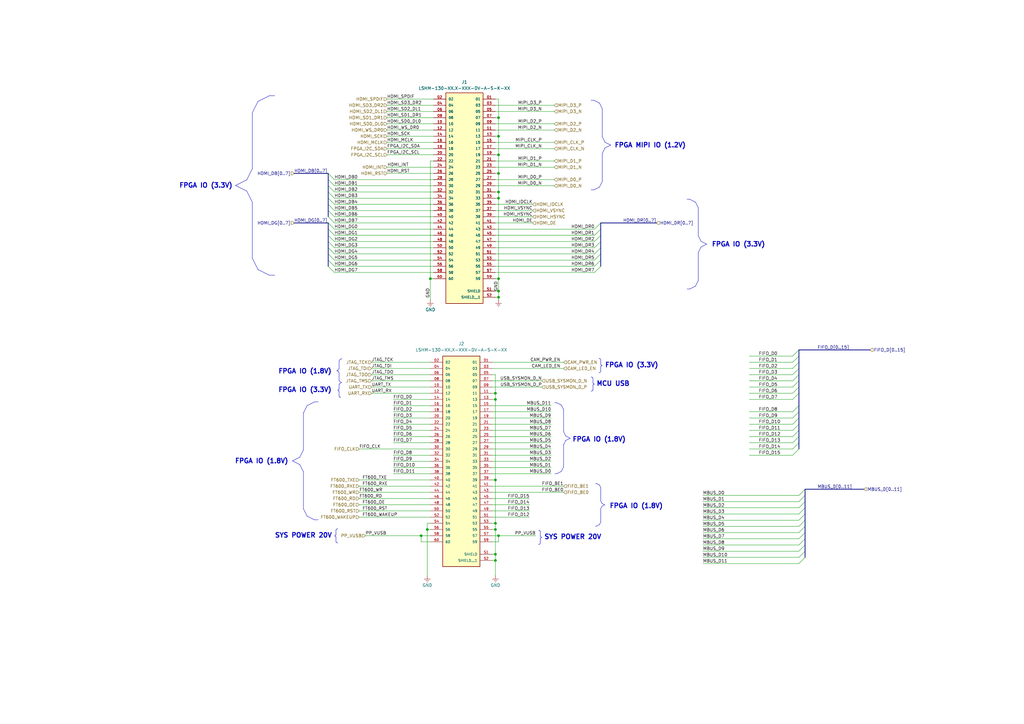
<source format=kicad_sch>
(kicad_sch (version 20231120) (generator "eeschema") (generator_version "8.0")
  (paper "A3")
  (title_block (title "Board to Boards") (date "2024-10-06") (rev "2.0") (company "Drexel University") (comment 1 "Designed by John Hofmeyr"))
  (lib_symbols
    (symbol "IO_Module:LSHM-130-XX.X-XXX-DV-A-S-K-XX" (pin_names (offset 1.016))
      (property "Reference" "J" (at -7.62 43.942 0))
      (property "Value" "LSHM-130-XX.X-XXX-DV-A-S-K-XX" (at -7.62 -45.72 0))
      (symbol "LSHM-130-XX.X-XXX-DV-A-S-K-XX_0_0"
        (rectangle (start -7.62 -43.18) (end 7.62 43.18) (stroke (width 0.254)) (fill (type background)))
        (pin passive line (at -12.7 40.64 0) (length 5.08) (name "01") (number "01"))
        (pin passive line (at 12.7 40.64 180) (length 5.08) (name "02") (number "02"))
        (pin passive line (at -12.7 38.1 0) (length 5.08) (name "03") (number "03"))
        (pin passive line (at 12.7 38.1 180) (length 5.08) (name "04") (number "04"))
        (pin passive line (at -12.7 35.56 0) (length 5.08) (name "05") (number "05"))
        (pin passive line (at 12.7 35.56 180) (length 5.08) (name "06") (number "06"))
        (pin passive line (at -12.7 33.02 0) (length 5.08) (name "07") (number "07"))
        (pin passive line (at 12.7 33.02 180) (length 5.08) (name "08") (number "08"))
        (pin passive line (at -12.7 30.48 0) (length 5.08) (name "09") (number "09"))
        (pin passive line (at 12.7 30.48 180) (length 5.08) (name "10") (number "10"))
        (pin passive line (at -12.7 27.94 0) (length 5.08) (name "11") (number "11"))
        (pin passive line (at 12.7 27.94 180) (length 5.08) (name "12") (number "12"))
        (pin passive line (at -12.7 25.4 0) (length 5.08) (name "13") (number "13"))
        (pin passive line (at 12.7 25.4 180) (length 5.08) (name "14") (number "14"))
        (pin passive line (at -12.7 22.86 0) (length 5.08) (name "15") (number "15"))
        (pin passive line (at 12.7 22.86 180) (length 5.08) (name "16") (number "16"))
        (pin passive line (at -12.7 20.32 0) (length 5.08) (name "17") (number "17"))
        (pin passive line (at 12.7 20.32 180) (length 5.08) (name "18") (number "18"))
        (pin passive line (at -12.7 17.78 0) (length 5.08) (name "19") (number "19"))
        (pin passive line (at 12.7 17.78 180) (length 5.08) (name "20") (number "20"))
        (pin passive line (at -12.7 15.24 0) (length 5.08) (name "21") (number "21"))
        (pin passive line (at 12.7 15.24 180) (length 5.08) (name "22") (number "22"))
        (pin passive line (at -12.7 12.7 0) (length 5.08) (name "23") (number "23"))
        (pin passive line (at 12.7 12.7 180) (length 5.08) (name "24") (number "24"))
        (pin passive line (at -12.7 10.16 0) (length 5.08) (name "25") (number "25"))
        (pin passive line (at 12.7 10.16 180) (length 5.08) (name "26") (number "26"))
        (pin passive line (at -12.7 7.62 0) (length 5.08) (name "27") (number "27"))
        (pin passive line (at 12.7 7.62 180) (length 5.08) (name "28") (number "28"))
        (pin passive line (at -12.7 5.08 0) (length 5.08) (name "29") (number "29"))
        (pin passive line (at 12.7 5.08 180) (length 5.08) (name "30") (number "30"))
        (pin passive line (at -12.7 2.54 0) (length 5.08) (name "31") (number "31"))
        (pin passive line (at 12.7 2.54 180) (length 5.08) (name "32") (number "32"))
        (pin passive line (at -12.7 0 0) (length 5.08) (name "33") (number "33"))
        (pin passive line (at 12.7 0 180) (length 5.08) (name "34") (number "34"))
        (pin passive line (at -12.7 -2.54 0) (length 5.08) (name "35") (number "35"))
        (pin passive line (at 12.7 -2.54 180) (length 5.08) (name "36") (number "36"))
        (pin passive line (at -12.7 -5.08 0) (length 5.08) (name "37") (number "37"))
        (pin passive line (at 12.7 -5.08 180) (length 5.08) (name "38") (number "38"))
        (pin passive line (at -12.7 -7.62 0) (length 5.08) (name "39") (number "39"))
        (pin passive line (at 12.7 -7.62 180) (length 5.08) (name "40") (number "40"))
        (pin passive line (at -12.7 -10.16 0) (length 5.08) (name "41") (number "41"))
        (pin passive line (at 12.7 -10.16 180) (length 5.08) (name "42") (number "42"))
        (pin passive line (at -12.7 -12.7 0) (length 5.08) (name "43") (number "43"))
        (pin passive line (at 12.7 -12.7 180) (length 5.08) (name "44") (number "44"))
        (pin passive line (at -12.7 -15.24 0) (length 5.08) (name "45") (number "45"))
        (pin passive line (at 12.7 -15.24 180) (length 5.08) (name "46") (number "46"))
        (pin passive line (at -12.7 -17.78 0) (length 5.08) (name "47") (number "47"))
        (pin passive line (at 12.7 -17.78 180) (length 5.08) (name "48") (number "48"))
        (pin passive line (at -12.7 -20.32 0) (length 5.08) (name "49") (number "49"))
        (pin passive line (at 12.7 -20.32 180) (length 5.08) (name "50") (number "50"))
        (pin passive line (at -12.7 -22.86 0) (length 5.08) (name "51") (number "51"))
        (pin passive line (at 12.7 -22.86 180) (length 5.08) (name "52") (number "52"))
        (pin passive line (at -12.7 -25.4 0) (length 5.08) (name "53") (number "53"))
        (pin passive line (at 12.7 -25.4 180) (length 5.08) (name "54") (number "54"))
        (pin passive line (at -12.7 -27.94 0) (length 5.08) (name "55") (number "55"))
        (pin passive line (at 12.7 -27.94 180) (length 5.08) (name "56") (number "56"))
        (pin passive line (at -12.7 -30.48 0) (length 5.08) (name "57") (number "57"))
        (pin passive line (at 12.7 -30.48 180) (length 5.08) (name "58") (number "58"))
        (pin passive line (at -12.7 -33.02 0) (length 5.08) (name "59") (number "59"))
        (pin passive line (at 12.7 -33.02 180) (length 5.08) (name "60") (number "60"))
        (pin passive line (at -12.7 -38.1 0) (length 5.08) (name "SHIELD") (number "S1"))
        (pin passive line (at -12.7 -40.64 0) (length 5.08) (name "SHIELD__1") (number "S2"))
      )
    )
    (symbol "power:GND" (power) (pin_numbers hide) (pin_names (offset 0) hide)
      (property "Value" "GND" (at 0 -3.81 0))
      (symbol "GND_0_1"
        (polyline (pts (xy -0.635 -1.905) (xy 0.635 -1.905)))
        (polyline (pts (xy -0.127 -2.54) (xy 0.127 -2.54)))
        (polyline (pts (xy 0 -1.27) (xy 0 0)))
        (polyline (pts (xy 1.27 -1.27) (xy -1.27 -1.27)))
      )
      (symbol "GND_1_1"
        (pin power_in line (at 0 0 270) (length 0) (name "~") (number "1"))
      )
    )
  )
  (junction (at 203.2 196.85))
  (junction (at 203.2 214.63))
  (junction (at 203.2 161.29))
  (junction (at 176.53 114.3))
  (junction (at 172.72 219.71))
  (junction (at 203.2 163.83))
  (junction (at 204.47 219.71))
  (junction (at 204.47 78.74))
  (junction (at 204.47 81.28))
  (junction (at 204.47 71.12))
  (junction (at 175.26 217.17))
  (junction (at 203.2 217.17))
  (junction (at 204.47 121.92))
  (junction (at 203.2 229.87))
  (junction (at 204.47 63.5))
  (junction (at 204.47 119.38))
  (junction (at 203.2 227.33))
  (junction (at 204.47 48.26))
  (junction (at 204.47 55.88))
  (junction (at 204.47 114.3))
  (bus_entry (at 246.38 109.22) (size -2.54 2.54))
  (bus_entry (at 134.62 76.2) (size 2.54 2.54))
  (bus_entry (at 327.66 210.82) (size 2.54 -2.54))
  (bus_entry (at 325.12 186.69) (size 2.54 -2.54))
  (bus_entry (at 246.38 96.52) (size -2.54 2.54))
  (bus_entry (at 134.62 104.14) (size 2.54 2.54))
  (bus_entry (at 325.12 171.45) (size 2.54 -2.54))
  (bus_entry (at 134.62 71.12) (size 2.54 2.54))
  (bus_entry (at 327.66 231.14) (size 2.54 -2.54))
  (bus_entry (at 325.12 156.21) (size 2.54 -2.54))
  (bus_entry (at 246.38 104.14) (size -2.54 2.54))
  (bus_entry (at 134.62 93.98) (size 2.54 2.54))
  (bus_entry (at 246.38 106.68) (size -2.54 2.54))
  (bus_entry (at 327.66 220.98) (size 2.54 -2.54))
  (bus_entry (at 327.66 203.2) (size 2.54 -2.54))
  (bus_entry (at 325.12 146.05) (size 2.54 -2.54))
  (bus_entry (at 134.62 88.9) (size 2.54 2.54))
  (bus_entry (at 325.12 153.67) (size 2.54 -2.54))
  (bus_entry (at 246.38 101.6) (size -2.54 2.54))
  (bus_entry (at 327.66 218.44) (size 2.54 -2.54))
  (bus_entry (at 325.12 173.99) (size 2.54 -2.54))
  (bus_entry (at 134.62 99.06) (size 2.54 2.54))
  (bus_entry (at 327.66 228.6) (size 2.54 -2.54))
  (bus_entry (at 325.12 184.15) (size 2.54 -2.54))
  (bus_entry (at 246.38 99.06) (size -2.54 2.54))
  (bus_entry (at 134.62 106.68) (size 2.54 2.54))
  (bus_entry (at 246.38 91.44) (size -2.54 2.54))
  (bus_entry (at 325.12 176.53) (size 2.54 -2.54))
  (bus_entry (at 134.62 101.6) (size 2.54 2.54))
  (bus_entry (at 325.12 163.83) (size 2.54 -2.54))
  (bus_entry (at 327.66 208.28) (size 2.54 -2.54))
  (bus_entry (at 325.12 181.61) (size 2.54 -2.54))
  (bus_entry (at 134.62 91.44) (size 2.54 2.54))
  (bus_entry (at 327.66 213.36) (size 2.54 -2.54))
  (bus_entry (at 325.12 168.91) (size 2.54 -2.54))
  (bus_entry (at 325.12 148.59) (size 2.54 -2.54))
  (bus_entry (at 325.12 151.13) (size 2.54 -2.54))
  (bus_entry (at 327.66 226.06) (size 2.54 -2.54))
  (bus_entry (at 134.62 86.36) (size 2.54 2.54))
  (bus_entry (at 325.12 161.29) (size 2.54 -2.54))
  (bus_entry (at 134.62 109.22) (size 2.54 2.54))
  (bus_entry (at 327.66 205.74) (size 2.54 -2.54))
  (bus_entry (at 134.62 83.82) (size 2.54 2.54))
  (bus_entry (at 327.66 215.9) (size 2.54 -2.54))
  (bus_entry (at 246.38 93.98) (size -2.54 2.54))
  (bus_entry (at 327.66 223.52) (size 2.54 -2.54))
  (bus_entry (at 134.62 96.52) (size 2.54 2.54))
  (bus_entry (at 325.12 179.07) (size 2.54 -2.54))
  (bus_entry (at 134.62 73.66) (size 2.54 2.54))
  (bus_entry (at 134.62 81.28) (size 2.54 2.54))
  (bus_entry (at 325.12 158.75) (size 2.54 -2.54))
  (bus_entry (at 134.62 78.74) (size 2.54 2.54))
  (wire (pts (xy 204.47 63.5) (xy 204.47 71.12)))
  (bus (pts (xy 327.66 153.67) (xy 327.66 151.13)))
  (wire (pts (xy 158.75 53.34) (xy 177.8 53.34)))
  (wire (pts (xy 307.34 179.07) (xy 325.12 179.07)))
  (wire (pts (xy 137.16 86.36) (xy 177.8 86.36)))
  (wire (pts (xy 152.4 156.21) (xy 176.53 156.21)))
  (wire (pts (xy 204.47 114.3) (xy 204.47 119.38)))
  (wire (pts (xy 288.29 218.44) (xy 327.66 218.44)))
  (wire (pts (xy 226.06 186.69) (xy 201.93 186.69)))
  (wire (pts (xy 203.2 60.96) (xy 227.33 60.96)))
  (wire (pts (xy 158.75 40.64) (xy 177.8 40.64)))
  (wire (pts (xy 288.29 213.36) (xy 327.66 213.36)))
  (wire (pts (xy 201.93 168.91) (xy 226.06 168.91)))
  (bus (pts (xy 327.66 166.37) (xy 327.66 161.29)))
  (wire (pts (xy 147.32 184.15) (xy 176.53 184.15)))
  (wire (pts (xy 307.34 153.67) (xy 325.12 153.67)))
  (bus (pts (xy 120.65 71.12) (xy 134.62 71.12)))
  (wire (pts (xy 161.29 171.45) (xy 176.53 171.45)))
  (wire (pts (xy 204.47 40.64) (xy 204.47 48.26)))
  (wire (pts (xy 137.16 76.2) (xy 177.8 76.2)))
  (bus (pts (xy 327.66 158.75) (xy 327.66 156.21)))
  (bus (pts (xy 330.2 213.36) (xy 330.2 210.82)))
  (wire (pts (xy 307.34 146.05) (xy 325.12 146.05)))
  (wire (pts (xy 307.34 151.13) (xy 325.12 151.13)))
  (wire (pts (xy 137.16 78.74) (xy 177.8 78.74)))
  (wire (pts (xy 231.14 201.93) (xy 201.93 201.93)))
  (wire (pts (xy 203.2 214.63) (xy 203.2 217.17)))
  (wire (pts (xy 149.86 219.71) (xy 172.72 219.71)))
  (wire (pts (xy 161.29 181.61) (xy 176.53 181.61)))
  (wire (pts (xy 218.44 86.36) (xy 203.2 86.36)))
  (wire (pts (xy 203.2 48.26) (xy 204.47 48.26)))
  (wire (pts (xy 201.93 166.37) (xy 226.06 166.37)))
  (wire (pts (xy 201.93 227.33) (xy 203.2 227.33)))
  (wire (pts (xy 288.29 226.06) (xy 327.66 226.06)))
  (wire (pts (xy 288.29 231.14) (xy 327.66 231.14)))
  (wire (pts (xy 147.32 209.55) (xy 176.53 209.55)))
  (bus (pts (xy 134.62 96.52) (xy 134.62 93.98)))
  (wire (pts (xy 152.4 148.59) (xy 176.53 148.59)))
  (wire (pts (xy 137.16 109.22) (xy 177.8 109.22)))
  (wire (pts (xy 175.26 217.17) (xy 175.26 214.63)))
  (wire (pts (xy 147.32 199.39) (xy 176.53 199.39)))
  (wire (pts (xy 288.29 203.2) (xy 327.66 203.2)))
  (wire (pts (xy 203.2 227.33) (xy 203.2 229.87)))
  (wire (pts (xy 204.47 222.25) (xy 204.47 219.71)))
  (wire (pts (xy 137.16 96.52) (xy 177.8 96.52)))
  (bus (pts (xy 330.2 226.06) (xy 330.2 223.52)))
  (wire (pts (xy 201.93 229.87) (xy 203.2 229.87)))
  (bus (pts (xy 134.62 106.68) (xy 134.62 104.14)))
  (wire (pts (xy 176.53 186.69) (xy 161.29 186.69)))
  (wire (pts (xy 288.29 208.28) (xy 327.66 208.28)))
  (wire (pts (xy 137.16 101.6) (xy 177.8 101.6)))
  (bus (pts (xy 246.38 109.22) (xy 246.38 106.68)))
  (wire (pts (xy 243.84 101.6) (xy 203.2 101.6)))
  (bus (pts (xy 327.66 168.91) (xy 327.66 166.37)))
  (bus (pts (xy 134.62 86.36) (xy 134.62 83.82)))
  (wire (pts (xy 137.16 83.82) (xy 177.8 83.82)))
  (wire (pts (xy 158.75 55.88) (xy 177.8 55.88)))
  (wire (pts (xy 307.34 148.59) (xy 325.12 148.59)))
  (wire (pts (xy 137.16 93.98) (xy 177.8 93.98)))
  (wire (pts (xy 201.93 196.85) (xy 203.2 196.85)))
  (bus (pts (xy 330.2 215.9) (xy 330.2 213.36)))
  (wire (pts (xy 161.29 168.91) (xy 176.53 168.91)))
  (wire (pts (xy 226.06 189.23) (xy 201.93 189.23)))
  (wire (pts (xy 147.32 212.09) (xy 176.53 212.09)))
  (wire (pts (xy 158.75 71.12) (xy 177.8 71.12)))
  (wire (pts (xy 243.84 111.76) (xy 203.2 111.76)))
  (wire (pts (xy 172.72 222.25) (xy 176.53 222.25)))
  (bus (pts (xy 134.62 99.06) (xy 134.62 96.52)))
  (wire (pts (xy 137.16 106.68) (xy 177.8 106.68)))
  (wire (pts (xy 203.2 76.2) (xy 227.33 76.2)))
  (wire (pts (xy 201.93 156.21) (xy 222.25 156.21)))
  (wire (pts (xy 152.4 151.13) (xy 176.53 151.13)))
  (wire (pts (xy 147.32 196.85) (xy 176.53 196.85)))
  (bus (pts (xy 330.2 205.74) (xy 330.2 203.2)))
  (wire (pts (xy 161.29 176.53) (xy 176.53 176.53)))
  (bus (pts (xy 269.24 91.44) (xy 246.38 91.44)))
  (wire (pts (xy 175.26 214.63) (xy 176.53 214.63)))
  (wire (pts (xy 137.16 99.06) (xy 177.8 99.06)))
  (wire (pts (xy 201.93 214.63) (xy 203.2 214.63)))
  (bus (pts (xy 330.2 220.98) (xy 330.2 218.44)))
  (wire (pts (xy 158.75 50.8) (xy 177.8 50.8)))
  (bus (pts (xy 330.2 208.28) (xy 330.2 205.74)))
  (bus (pts (xy 134.62 93.98) (xy 134.62 91.44)))
  (wire (pts (xy 226.06 179.07) (xy 201.93 179.07)))
  (wire (pts (xy 203.2 50.8) (xy 227.33 50.8)))
  (wire (pts (xy 204.47 48.26) (xy 204.47 55.88)))
  (bus (pts (xy 120.65 91.44) (xy 134.62 91.44)))
  (wire (pts (xy 307.34 184.15) (xy 325.12 184.15)))
  (wire (pts (xy 203.2 45.72) (xy 227.33 45.72)))
  (wire (pts (xy 204.47 219.71) (xy 219.71 219.71)))
  (wire (pts (xy 307.34 163.83) (xy 325.12 163.83)))
  (wire (pts (xy 307.34 158.75) (xy 325.12 158.75)))
  (wire (pts (xy 288.29 215.9) (xy 327.66 215.9)))
  (wire (pts (xy 204.47 81.28) (xy 204.47 114.3)))
  (bus (pts (xy 330.2 203.2) (xy 330.2 200.66)))
  (wire (pts (xy 152.4 153.67) (xy 176.53 153.67)))
  (wire (pts (xy 226.06 181.61) (xy 201.93 181.61)))
  (bus (pts (xy 330.2 228.6) (xy 330.2 226.06)))
  (wire (pts (xy 226.06 194.31) (xy 201.93 194.31)))
  (wire (pts (xy 161.29 173.99) (xy 176.53 173.99)))
  (wire (pts (xy 201.93 204.47) (xy 217.17 204.47)))
  (bus (pts (xy 246.38 93.98) (xy 246.38 91.44)))
  (wire (pts (xy 203.2 119.38) (xy 204.47 119.38)))
  (wire (pts (xy 203.2 229.87) (xy 203.2 236.22)))
  (wire (pts (xy 203.2 161.29) (xy 203.2 163.83)))
  (wire (pts (xy 307.34 168.91) (xy 325.12 168.91)))
  (wire (pts (xy 176.53 189.23) (xy 161.29 189.23)))
  (wire (pts (xy 307.34 176.53) (xy 325.12 176.53)))
  (bus (pts (xy 327.66 146.05) (xy 327.66 143.51)))
  (wire (pts (xy 218.44 88.9) (xy 203.2 88.9)))
  (bus (pts (xy 330.2 200.66) (xy 354.33 200.66)))
  (wire (pts (xy 158.75 48.26) (xy 177.8 48.26)))
  (wire (pts (xy 137.16 91.44) (xy 177.8 91.44)))
  (bus (pts (xy 134.62 78.74) (xy 134.62 76.2)))
  (wire (pts (xy 161.29 179.07) (xy 176.53 179.07)))
  (wire (pts (xy 175.26 217.17) (xy 175.26 236.22)))
  (wire (pts (xy 158.75 43.18) (xy 177.8 43.18)))
  (bus (pts (xy 134.62 88.9) (xy 134.62 86.36)))
  (bus (pts (xy 327.66 156.21) (xy 327.66 153.67)))
  (wire (pts (xy 158.75 60.96) (xy 177.8 60.96)))
  (wire (pts (xy 288.29 228.6) (xy 327.66 228.6)))
  (wire (pts (xy 176.53 66.04) (xy 177.8 66.04)))
  (wire (pts (xy 158.75 63.5) (xy 177.8 63.5)))
  (wire (pts (xy 203.2 121.92) (xy 204.47 121.92)))
  (wire (pts (xy 243.84 109.22) (xy 203.2 109.22)))
  (wire (pts (xy 201.93 207.01) (xy 217.17 207.01)))
  (wire (pts (xy 201.93 153.67) (xy 203.2 153.67)))
  (bus (pts (xy 327.66 184.15) (xy 327.66 181.61)))
  (wire (pts (xy 137.16 104.14) (xy 177.8 104.14)))
  (bus (pts (xy 134.62 73.66) (xy 134.62 71.12)))
  (wire (pts (xy 201.93 212.09) (xy 217.17 212.09)))
  (wire (pts (xy 203.2 68.58) (xy 227.33 68.58)))
  (wire (pts (xy 204.47 55.88) (xy 204.47 63.5)))
  (wire (pts (xy 158.75 45.72) (xy 177.8 45.72)))
  (wire (pts (xy 176.53 201.93) (xy 147.32 201.93)))
  (bus (pts (xy 134.62 83.82) (xy 134.62 81.28)))
  (wire (pts (xy 226.06 191.77) (xy 201.93 191.77)))
  (wire (pts (xy 201.93 161.29) (xy 203.2 161.29)))
  (wire (pts (xy 203.2 53.34) (xy 227.33 53.34)))
  (bus (pts (xy 134.62 101.6) (xy 134.62 99.06)))
  (wire (pts (xy 201.93 217.17) (xy 203.2 217.17)))
  (wire (pts (xy 243.84 99.06) (xy 203.2 99.06)))
  (wire (pts (xy 203.2 43.18) (xy 227.33 43.18)))
  (wire (pts (xy 201.93 209.55) (xy 217.17 209.55)))
  (wire (pts (xy 203.2 63.5) (xy 204.47 63.5)))
  (wire (pts (xy 218.44 91.44) (xy 203.2 91.44)))
  (wire (pts (xy 203.2 78.74) (xy 204.47 78.74)))
  (wire (pts (xy 288.29 223.52) (xy 327.66 223.52)))
  (bus (pts (xy 246.38 101.6) (xy 246.38 99.06)))
  (wire (pts (xy 152.4 161.29) (xy 176.53 161.29)))
  (wire (pts (xy 158.75 58.42) (xy 177.8 58.42)))
  (wire (pts (xy 307.34 171.45) (xy 325.12 171.45)))
  (bus (pts (xy 246.38 96.52) (xy 246.38 93.98)))
  (wire (pts (xy 231.14 148.59) (xy 201.93 148.59)))
  (wire (pts (xy 137.16 81.28) (xy 177.8 81.28)))
  (wire (pts (xy 176.53 114.3) (xy 177.8 114.3)))
  (wire (pts (xy 204.47 78.74) (xy 204.47 81.28)))
  (wire (pts (xy 203.2 55.88) (xy 204.47 55.88)))
  (wire (pts (xy 288.29 205.74) (xy 327.66 205.74)))
  (bus (pts (xy 330.2 223.52) (xy 330.2 220.98)))
  (wire (pts (xy 204.47 121.92) (xy 204.47 123.19)))
  (bus (pts (xy 327.66 179.07) (xy 327.66 176.53)))
  (wire (pts (xy 204.47 71.12) (xy 204.47 78.74)))
  (bus (pts (xy 134.62 104.14) (xy 134.62 101.6)))
  (bus (pts (xy 330.2 210.82) (xy 330.2 208.28)))
  (wire (pts (xy 161.29 163.83) (xy 176.53 163.83)))
  (wire (pts (xy 204.47 119.38) (xy 204.47 121.92)))
  (bus (pts (xy 327.66 176.53) (xy 327.66 173.99)))
  (bus (pts (xy 327.66 173.99) (xy 327.66 171.45)))
  (wire (pts (xy 176.53 66.04) (xy 176.53 114.3)))
  (bus (pts (xy 134.62 81.28) (xy 134.62 78.74)))
  (wire (pts (xy 176.53 191.77) (xy 161.29 191.77)))
  (wire (pts (xy 203.2 71.12) (xy 204.47 71.12)))
  (wire (pts (xy 307.34 173.99) (xy 325.12 173.99)))
  (wire (pts (xy 243.84 96.52) (xy 203.2 96.52)))
  (bus (pts (xy 327.66 148.59) (xy 327.66 146.05)))
  (wire (pts (xy 226.06 184.15) (xy 201.93 184.15)))
  (wire (pts (xy 203.2 58.42) (xy 227.33 58.42)))
  (wire (pts (xy 201.93 219.71) (xy 204.47 219.71)))
  (wire (pts (xy 176.53 194.31) (xy 161.29 194.31)))
  (wire (pts (xy 307.34 161.29) (xy 325.12 161.29)))
  (bus (pts (xy 134.62 109.22) (xy 134.62 106.68)))
  (bus (pts (xy 246.38 106.68) (xy 246.38 104.14)))
  (wire (pts (xy 288.29 210.82) (xy 327.66 210.82)))
  (wire (pts (xy 204.47 40.64) (xy 203.2 40.64)))
  (wire (pts (xy 137.16 73.66) (xy 177.8 73.66)))
  (wire (pts (xy 243.84 93.98) (xy 203.2 93.98)))
  (wire (pts (xy 203.2 114.3) (xy 204.47 114.3)))
  (wire (pts (xy 147.32 207.01) (xy 176.53 207.01)))
  (bus (pts (xy 134.62 76.2) (xy 134.62 73.66)))
  (wire (pts (xy 203.2 66.04) (xy 227.33 66.04)))
  (wire (pts (xy 172.72 222.25) (xy 172.72 219.71)))
  (wire (pts (xy 172.72 219.71) (xy 176.53 219.71)))
  (wire (pts (xy 231.14 199.39) (xy 201.93 199.39)))
  (wire (pts (xy 152.4 158.75) (xy 176.53 158.75)))
  (wire (pts (xy 203.2 163.83) (xy 203.2 196.85)))
  (wire (pts (xy 158.75 68.58) (xy 177.8 68.58)))
  (bus (pts (xy 330.2 218.44) (xy 330.2 215.9)))
  (wire (pts (xy 231.14 151.13) (xy 201.93 151.13)))
  (wire (pts (xy 201.93 222.25) (xy 204.47 222.25)))
  (wire (pts (xy 137.16 111.76) (xy 177.8 111.76)))
  (wire (pts (xy 137.16 88.9) (xy 177.8 88.9)))
  (bus (pts (xy 327.66 171.45) (xy 327.66 168.91)))
  (wire (pts (xy 176.53 204.47) (xy 147.32 204.47)))
  (wire (pts (xy 307.34 181.61) (xy 325.12 181.61)))
  (wire (pts (xy 243.84 106.68) (xy 203.2 106.68)))
  (wire (pts (xy 175.26 217.17) (xy 176.53 217.17)))
  (wire (pts (xy 161.29 166.37) (xy 176.53 166.37)))
  (bus (pts (xy 246.38 99.06) (xy 246.38 96.52)))
  (wire (pts (xy 176.53 114.3) (xy 176.53 123.19)))
  (wire (pts (xy 201.93 171.45) (xy 226.06 171.45)))
  (wire (pts (xy 203.2 196.85) (xy 203.2 214.63)))
  (wire (pts (xy 203.2 73.66) (xy 227.33 73.66)))
  (bus (pts (xy 327.66 151.13) (xy 327.66 148.59)))
  (bus (pts (xy 327.66 181.61) (xy 327.66 179.07)))
  (wire (pts (xy 203.2 217.17) (xy 203.2 227.33)))
  (wire (pts (xy 203.2 153.67) (xy 203.2 161.29)))
  (wire (pts (xy 201.93 158.75) (xy 222.25 158.75)))
  (wire (pts (xy 201.93 173.99) (xy 226.06 173.99)))
  (bus (pts (xy 327.66 143.51) (xy 356.87 143.51)))
  (bus (pts (xy 327.66 161.29) (xy 327.66 158.75)))
  (wire (pts (xy 203.2 81.28) (xy 204.47 81.28)))
  (wire (pts (xy 307.34 156.21) (xy 325.12 156.21)))
  (wire (pts (xy 307.34 186.69) (xy 325.12 186.69)))
  (bus (pts (xy 246.38 104.14) (xy 246.38 101.6)))
  (wire (pts (xy 201.93 163.83) (xy 203.2 163.83)))
  (wire (pts (xy 226.06 176.53) (xy 201.93 176.53)))
  (wire (pts (xy 288.29 220.98) (xy 327.66 220.98)))
  (wire (pts (xy 243.84 104.14) (xy 203.2 104.14)))
  (wire (pts (xy 203.2 83.82) (xy 218.44 83.82)))
  (text "{\n" (at 139.065 160.02 0) (effects (font (size 3.81 3.81))))
  (text "FPGA IO (1.8V)" (at 125.095 152.4 0) (effects (font (size 1.905 1.905) (bold yes))))
  (text "{\n" (at 103.505 72.39 0) (effects (font (size 48.26 48.26))))
  (text "FPGA IO (3.3V)" (at 259.08 149.86 0) (effects (font (size 1.905 1.905) (bold yes))))
  (text "FPGA IO (1.8V)" (at 260.985 207.645 0) (effects (font (size 1.905 1.905) (bold yes))))
  (text "SYS POWER 20V" (at 124.46 219.71 0) (effects (font (size 1.905 1.905) (bold yes))))
  (text "}" (at 247.015 57.785 0) (effects (font (size 24.13 24.13))))
  (text "}" (at 221.615 220.345 0) (effects (font (size 3.81 3.81))))
  (text "FPGA IO (3.3V)" (at 125.095 160.02 0) (effects (font (size 1.905 1.905) (bold yes))))
  (text "}" (at 246.38 149.86 0) (effects (font (size 3.81 3.81))))
  (text "{\n" (at 139.065 151.765 0) (effects (font (size 6.35 6.35))))
  (text "{\n" (at 124.46 186.69 0) (effects (font (size 31.75 31.75))))
  (text "FPGA IO (3.3V)" (at 84.455 76.2 0) (effects (font (size 1.905 1.905) (bold yes))))
  (text "FPGA IO (1.8V)" (at 107.315 189.23 0) (effects (font (size 1.905 1.905) (bold yes))))
  (text "}" (at 246.38 206.375 0) (effects (font (size 11.43 11.43))))
  (text "}" (at 286.385 98.425 0) (effects (font (size 24.13 24.13))))
  (text "FPGA IO (3.3V)" (at 302.895 100.33 0) (effects (font (size 1.905 1.905) (bold yes))))
  (text "}" (at 243.205 157.48 0) (effects (font (size 3.81 3.81))))
  (text "SYS POWER 20V" (at 234.95 220.345 0) (effects (font (size 1.905 1.905) (bold yes))))
  (text "FPGA MIPI IO (1.2V)" (at 266.7 59.69 0) (effects (font (size 1.905 1.905) (bold yes))))
  (text "MCU USB" (at 251.46 157.48 0) (effects (font (size 1.905 1.905) (bold yes))))
  (text "FPGA IO (1.8V)" (at 245.745 180.34 0) (effects (font (size 1.905 1.905) (bold yes))))
  (text "{" (at 137.795 219.71 0) (effects (font (size 3.81 3.81))))
  (text "}" (at 231.14 178.435 0) (effects (font (size 19.05 19.05))))
  (label "JTAG_TMS" (at 152.4 156.21 0))
  (label "HDMI_DB0" (at 137.16 73.66 0))
  (label "HDMI_DG3" (at 137.16 101.6 0))
  (label "FIFO_D10" (at 161.29 191.77 0))
  (label "JTAG_TDI" (at 152.4 151.13 0))
  (label "HDMI_DR2" (at 243.84 99.06 180))
  (label "FIFO_D0" (at 161.29 163.83 0))
  (label "FPGA_I2C_SCL" (at 158.75 63.5 0))
  (label "HDMI_DE" (at 218.44 91.44 180))
  (label "FT600_RST" (at 148.59 209.55 0))
  (label "HDMI_DB4" (at 137.16 83.82 0))
  (label "HDMI_DB3" (at 137.16 81.28 0))
  (label "FIFO_D[0..15]" (at 335.28 143.51 0))
  (label "MIPI_D3_N" (at 222.25 45.72 180))
  (label "MBUS_D5" (at 288.29 215.9 0))
  (label "FIFO_D2" (at 161.29 168.91 0))
  (label "FIFO_D4" (at 161.29 173.99 0))
  (label "MBUS_D4" (at 288.29 213.36 0))
  (label "HDMI_WS_DR0" (at 158.75 53.34 0))
  (label "HDMI_DG4" (at 137.16 104.14 0))
  (label "FT600_RXE" (at 148.59 199.39 0))
  (label "FIFO_D2" (at 311.15 151.13 0))
  (label "HDMI_DR3" (at 243.84 101.6 180))
  (label "FIFO_D3" (at 161.29 171.45 0))
  (label "FIFO_D1" (at 161.29 166.37 0))
  (label "USB_SYSMON_D_P" (at 222.25 158.75 180))
  (label "HDMI_VSYNC" (at 218.44 86.36 180))
  (label "MBUS_D1" (at 288.29 205.74 0))
  (label "MIPI_D2_N" (at 222.25 53.34 180))
  (label "GND" (at 204.47 119.38 90))
  (label "FT600_OE" (at 148.59 207.01 0))
  (label "FIFO_D5" (at 161.29 176.53 0))
  (label "HDMI_DG6" (at 137.16 109.22 0))
  (label "USB_SYSMON_D_N" (at 222.25 156.21 180))
  (label "HDMI_DB1" (at 137.16 76.2 0))
  (label "MIPI_D3_P" (at 222.25 43.18 180))
  (label "FIFO_D15" (at 311.15 186.69 0))
  (label "MBUS_D2" (at 226.06 189.23 180))
  (label "FIFO_CLK" (at 147.32 184.15 0))
  (label "HDMI_MCLK" (at 158.75 58.42 0))
  (label "HDMI_SD3_DR2" (at 158.75 43.18 0))
  (label "FIFO_D6" (at 161.29 179.07 0))
  (label "HDMI_DG1" (at 137.16 96.52 0))
  (label "MBUS_D9" (at 288.29 226.06 0))
  (label "JTAG_TCK" (at 152.4 148.59 0))
  (label "FT600_TXE" (at 148.59 196.85 0))
  (label "HDMI_DG0" (at 137.16 93.98 0))
  (label "MBUS_D5" (at 226.06 181.61 180))
  (label "HDMI_DR1" (at 243.84 96.52 180))
  (label "HDMI_DG5" (at 137.16 106.68 0))
  (label "HDMI_DR0" (at 243.84 93.98 180))
  (label "UART_TX" (at 152.4 158.75 0))
  (label "HDMI_DB[0..7]" (at 120.65 71.12 0))
  (label "FIFO_D13" (at 217.17 209.55 180))
  (label "HDMI_SD0_DL0" (at 158.75 50.8 0))
  (label "FIFO_D9" (at 161.29 189.23 0))
  (label "HDMI_DB7" (at 137.16 91.44 0))
  (label "MIPI_D1_N" (at 222.25 68.58 180))
  (label "FIFO_D7" (at 161.29 181.61 0))
  (label "HDMI_IDCLK" (at 218.44 83.82 180))
  (label "FIFO_D5" (at 311.15 158.75 0))
  (label "MBUS_D0" (at 226.06 194.31 180))
  (label "MBUS_D[0..11]" (at 335.28 200.66 0))
  (label "JTAG_TDO" (at 152.4 153.67 0))
  (label "FIFO_D14" (at 311.15 184.15 0))
  (label "FIFO_D1" (at 311.15 148.59 0))
  (label "FIFO_D9" (at 311.15 171.45 0))
  (label "HDMI_DG[0..7]" (at 120.65 91.44 0))
  (label "HDMI_DR4" (at 243.84 104.14 180))
  (label "FIFO_D10" (at 311.15 173.99 0))
  (label "FIFO_BE1" (at 231.14 199.39 180))
  (label "MBUS_D10" (at 226.06 168.91 180))
  (label "MBUS_D11" (at 288.29 231.14 0))
  (label "FT600_WR" (at 147.32 201.93 0))
  (label "HDMI_SD1_DR1" (at 158.75 48.26 0))
  (label "MBUS_D8" (at 226.06 173.99 180))
  (label "MBUS_D11" (at 226.06 166.37 180))
  (label "FIFO_D11" (at 161.29 194.31 0))
  (label "MBUS_D2" (at 288.29 208.28 0))
  (label "MIPI_D1_P" (at 222.25 66.04 180))
  (label "HDMI_RST" (at 158.75 71.12 0))
  (label "FIFO_D12" (at 311.15 179.07 0))
  (label "MBUS_D7" (at 288.29 220.98 0))
  (label "FIFO_D6" (at 311.15 161.29 0))
  (label "HDMI_DB2" (at 137.16 78.74 0))
  (label "GND" (at 176.53 118.11 270))
  (label "MBUS_D6" (at 288.29 218.44 0))
  (label "MBUS_D3" (at 226.06 186.69 180))
  (label "HDMI_HSYNC" (at 218.44 88.9 180))
  (label "MBUS_D7" (at 226.06 176.53 180))
  (label "FIFO_D14" (at 217.17 207.01 180))
  (label "HDMI_DR6" (at 243.84 109.22 180))
  (label "HDMI_DB6" (at 137.16 88.9 0))
  (label "FIFO_D7" (at 311.15 163.83 0))
  (label "FIFO_D0" (at 311.15 146.05 0))
  (label "HDMI_DR7" (at 243.84 111.76 180))
  (label "MIPI_CLK_N" (at 222.25 60.96 180))
  (label "HDMI_DG2" (at 137.16 99.06 0))
  (label "PP_VUSB" (at 219.71 219.71 180))
  (label "FT600_WAKEUP" (at 148.59 212.09 0))
  (label "MIPI_D0_N" (at 222.25 76.2 180))
  (label "CAM_PWR_EN" (at 229.87 148.59 180))
  (label "FIFO_BE0" (at 231.14 201.93 180))
  (label "MBUS_D6" (at 226.06 179.07 180))
  (label "MBUS_D10" (at 288.29 228.6 0))
  (label "HDMI_SPDIF" (at 158.75 40.64 0))
  (label "FIFO_D8" (at 161.29 186.69 0))
  (label "MBUS_D4" (at 226.06 184.15 180))
  (label "HDMI_DR5" (at 243.84 106.68 180))
  (label "HDMI_SCK" (at 158.75 55.88 0))
  (label "MBUS_D9" (at 226.06 171.45 180))
  (label "FIFO_D11" (at 311.15 176.53 0))
  (label "MBUS_D0" (at 288.29 203.2 0))
  (label "HDMI_DR[0..7]" (at 269.24 91.44 180))
  (label "FT600_RD" (at 147.32 204.47 0))
  (label "CAM_LED_EN" (at 229.87 151.13 180))
  (label "HDMI_INT" (at 167.64 68.58 180))
  (label "MIPI_CLK_P" (at 222.25 58.42 180))
  (label "MBUS_D8" (at 288.29 223.52 0))
  (label "FIFO_D8" (at 311.15 168.91 0))
  (label "FIFO_D4" (at 311.15 156.21 0))
  (label "FIFO_D13" (at 311.15 181.61 0))
  (label "MIPI_D2_P" (at 222.25 50.8 180))
  (label "MBUS_D1" (at 226.06 191.77 180))
  (label "PP_VUSB" (at 149.86 219.71 0))
  (label "FIFO_D3" (at 311.15 153.67 0))
  (label "HDMI_SD2_DL1" (at 158.75 45.72 0))
  (label "FIFO_D12" (at 217.17 212.09 180))
  (label "HDMI_DG7" (at 137.16 111.76 0))
  (label "FPGA_I2C_SDA" (at 158.75 60.96 0))
  (label "FIFO_D15" (at 217.17 204.47 180))
  (label "MBUS_D3" (at 288.29 210.82 0))
  (label "HDMI_DB5" (at 137.16 86.36 0))
  (label "MIPI_D0_P" (at 222.25 73.66 180))
  (label "UART_RX" (at 152.4 161.29 0))
  (hierarchical_label "HDMI_SPDIF" (shape input) (at 158.75 40.64 180))
  (hierarchical_label "HDMI_HSYNC" (shape input) (at 218.44 88.9 0))
  (hierarchical_label "HDMI_INT" (shape input) (at 158.75 68.58 180))
  (hierarchical_label "HDMI_IDCLK" (shape input) (at 218.44 83.82 0))
  (hierarchical_label "HDMI_SD3_DR2" (shape input) (at 158.75 43.18 180))
  (hierarchical_label "FIFO_BE1" (shape input) (at 231.14 199.39 0))
  (hierarchical_label "FT600_WAKEUP" (shape input) (at 147.32 212.09 180))
  (hierarchical_label "FT600_RD" (shape input) (at 147.32 204.47 180))
  (hierarchical_label "MIPI_D3_P" (shape input) (at 227.33 43.18 0))
  (hierarchical_label "FT600_RXE" (shape input) (at 147.32 199.39 180))
  (hierarchical_label "PP_VUSB" (shape input) (at 149.86 219.71 180))
  (hierarchical_label "HDMI_DR[0..7]" (shape input) (at 269.24 91.44 0))
  (hierarchical_label "FIFO_BE0" (shape input) (at 231.14 201.93 0))
  (hierarchical_label "JTAG_TCK" (shape input) (at 152.4 148.59 180))
  (hierarchical_label "FIFO_CLK" (shape input) (at 147.32 184.15 180))
  (hierarchical_label "MIPI_D3_N" (shape input) (at 227.33 45.72 0))
  (hierarchical_label "UART_RX" (shape input) (at 152.4 161.29 180))
  (hierarchical_label "FIFO_D[0..15]" (shape input) (at 356.87 143.51 0))
  (hierarchical_label "FT600_WR" (shape input) (at 147.32 201.93 180))
  (hierarchical_label "HDMI_MCLK" (shape input) (at 158.75 58.42 180))
  (hierarchical_label "HDMI_SCK" (shape input) (at 158.75 55.88 180))
  (hierarchical_label "MIPI_D1_N" (shape input) (at 227.33 68.58 0))
  (hierarchical_label "FPGA_I2C_SDA" (shape input) (at 158.75 60.96 180))
  (hierarchical_label "HDMI_SD0_DL0" (shape input) (at 158.75 50.8 180))
  (hierarchical_label "CAM_PWR_EN" (shape input) (at 231.14 148.59 0))
  (hierarchical_label "HDMI_RST" (shape input) (at 158.75 71.12 180))
  (hierarchical_label "FT600_RST" (shape input) (at 147.32 209.55 180))
  (hierarchical_label "JTAG_TMS" (shape input) (at 152.4 156.21 180))
  (hierarchical_label "FT600_TXE" (shape input) (at 147.32 196.85 180))
  (hierarchical_label "MIPI_CLK_N" (shape input) (at 227.33 60.96 0))
  (hierarchical_label "MIPI_D2_N" (shape input) (at 227.33 53.34 0))
  (hierarchical_label "HDMI_DB[0..7]" (shape input) (at 120.65 71.12 180))
  (hierarchical_label "UART_TX" (shape input) (at 152.4 158.75 180))
  (hierarchical_label "HDMI_SD1_DR1" (shape input) (at 158.75 48.26 180))
  (hierarchical_label "MIPI_D2_P" (shape input) (at 227.33 50.8 0))
  (hierarchical_label "FPGA_I2C_SCL" (shape input) (at 158.75 63.5 180))
  (hierarchical_label "FT600_OE" (shape input) (at 147.32 207.01 180))
  (hierarchical_label "CAM_LED_EN" (shape input) (at 231.14 151.13 0))
  (hierarchical_label "HDMI_VSYNC" (shape input) (at 218.44 86.36 0))
  (hierarchical_label "MIPI_CLK_P" (shape input) (at 227.33 58.42 0))
  (hierarchical_label "HDMI_WS_DR0" (shape input) (at 158.75 53.34 180))
  (hierarchical_label "JTAG_TDI" (shape input) (at 152.4 151.13 180))
  (hierarchical_label "JTAG_TDO" (shape input) (at 152.4 153.67 180))
  (hierarchical_label "HDMI_DG[0..7]" (shape input) (at 120.65 91.44 180))
  (hierarchical_label "HDMI_DE" (shape input) (at 218.44 91.44 0))
  (hierarchical_label "USB_SYSMON_D_P" (shape input) (at 222.25 158.75 0))
  (hierarchical_label "MBUS_D[0..11]" (shape input) (at 354.33 200.66 0))
  (hierarchical_label "MIPI_D0_P" (shape input) (at 227.33 73.66 0))
  (hierarchical_label "MIPI_D1_P" (shape input) (at 227.33 66.04 0))
  (hierarchical_label "MIPI_D0_N" (shape input) (at 227.33 76.2 0))
  (hierarchical_label "USB_SYSMON_D_N" (shape input) (at 222.25 156.21 0))
  (hierarchical_label "HDMI_SD2_DL1" (shape input) (at 158.75 45.72 180))
  (symbol (lib_id "power:GND") (at 204.47 123.19 0) (unit 1)
    (property "Reference" "#PWR091" (effects (hide yes)))
    (property "Value" "GND" (effects (hide yes)))
    (property "Description" "Power symbol creates a global label with name \"GND\" , ground" (effects (hide yes)))
  )
  (symbol (lib_id "power:GND") (at 176.53 123.19 0) (unit 1)
    (property "Reference" "#PWR090" (effects (hide yes)))
    (property "Value" "GND" (at 176.53 127 0))
    (property "Description" "Power symbol creates a global label with name \"GND\" , ground" (effects (hide yes)))
  )
  (symbol (lib_id "power:GND") (at 175.26 236.22 0) (unit 1)
    (property "Reference" "#PWR092" (effects (hide yes)))
    (property "Value" "GND" (at 175.26 240.03 0))
    (property "Description" "Power symbol creates a global label with name \"GND\" , ground" (effects (hide yes)))
  )
  (symbol (lib_id "IO_Module:LSHM-130-XX.X-XXX-DV-A-S-K-XX") (at 189.23 189.23 0) (mirror y) (unit 1)
    (property "Reference" "J2" (at 189.23 140.97 0))
    (property "Value" "LSHM-130-XX.X-XXX-DV-A-S-K-XX" (at 189.23 143.51 0))
    (property "Footprint" "FPGA Module:SAMTEC_LSHM-130-XX.X-XXX-DV-A-S-K-XX" (effects (hide yes)))
    (property "Datasheet" "https://mm.digikey.com/Volume0/opasdata/d220001/medias/docus/6129/lshm-1xx-xx.x-xxx-dv-a-x-x-xx-mkt.pdf" (effects (hide yes)))
    (property "PARTREV" "G" (effects (hide yes)))
    (property "STANDARD" "Manufacturer Recommendations" (effects (hide yes)))
    (property "MANUFACTURER" "Samtec" (effects (hide yes)))
  )
  (symbol (lib_id "power:GND") (at 203.2 236.22 0) (unit 1)
    (property "Reference" "#PWR093" (effects (hide yes)))
    (property "Value" "GND" (at 203.2 240.03 0))
    (property "Description" "Power symbol creates a global label with name \"GND\" , ground" (effects (hide yes)))
  )
  (symbol (lib_id "IO_Module:LSHM-130-XX.X-XXX-DV-A-S-K-XX") (at 190.5 81.28 0) (mirror y) (unit 1)
    (property "Reference" "J1" (at 190.5 33.655 0))
    (property "Value" "LSHM-130-XX.X-XXX-DV-A-S-K-XX" (at 190.5 36.195 0))
    (property "Footprint" "FPGA Module:SAMTEC_LSHM-130-XX.X-XXX-DV-A-S-K-XX" (effects (hide yes)))
    (property "Datasheet" "https://mm.digikey.com/Volume0/opasdata/d220001/medias/docus/6129/lshm-1xx-xx.x-xxx-dv-a-x-x-xx-mkt.pdf" (effects (hide yes)))
    (property "PARTREV" "G" (effects (hide yes)))
    (property "STANDARD" "Manufacturer Recommendations" (effects (hide yes)))
    (property "MANUFACTURER" "Samtec" (effects (hide yes)))
  )
)
</source>
